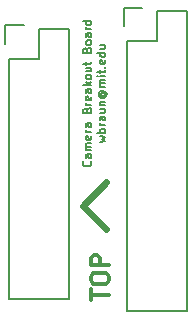
<source format=gbr>
G04 #@! TF.FileFunction,Legend,Top*
%FSLAX46Y46*%
G04 Gerber Fmt 4.6, Leading zero omitted, Abs format (unit mm)*
G04 Created by KiCad (PCBNEW 4.0.4+e1-6308~48~ubuntu14.04.1-stable) date Wed Oct 26 00:03:54 2016*
%MOMM*%
%LPD*%
G01*
G04 APERTURE LIST*
%ADD10C,0.100000*%
%ADD11C,0.600000*%
%ADD12C,0.300000*%
%ADD13C,0.150000*%
G04 APERTURE END LIST*
D10*
D11*
X120000000Y-118000000D02*
X122000000Y-116000000D01*
X120000000Y-118000000D02*
X122000000Y-120000000D01*
D12*
X120678571Y-125964286D02*
X120678571Y-125107143D01*
X122178571Y-125535714D02*
X120678571Y-125535714D01*
X120678571Y-124321429D02*
X120678571Y-124035715D01*
X120750000Y-123892857D01*
X120892857Y-123750000D01*
X121178571Y-123678572D01*
X121678571Y-123678572D01*
X121964286Y-123750000D01*
X122107143Y-123892857D01*
X122178571Y-124035715D01*
X122178571Y-124321429D01*
X122107143Y-124464286D01*
X121964286Y-124607143D01*
X121678571Y-124678572D01*
X121178571Y-124678572D01*
X120892857Y-124607143D01*
X120750000Y-124464286D01*
X120678571Y-124321429D01*
X122178571Y-123035714D02*
X120678571Y-123035714D01*
X120678571Y-122464286D01*
X120750000Y-122321428D01*
X120821429Y-122250000D01*
X120964286Y-122178571D01*
X121178571Y-122178571D01*
X121321429Y-122250000D01*
X121392857Y-122321428D01*
X121464286Y-122464286D01*
X121464286Y-123035714D01*
D13*
X120650000Y-114249997D02*
X120683333Y-114283331D01*
X120716667Y-114383331D01*
X120716667Y-114449997D01*
X120683333Y-114549997D01*
X120616667Y-114616664D01*
X120550000Y-114649997D01*
X120416667Y-114683331D01*
X120316667Y-114683331D01*
X120183333Y-114649997D01*
X120116667Y-114616664D01*
X120050000Y-114549997D01*
X120016667Y-114449997D01*
X120016667Y-114383331D01*
X120050000Y-114283331D01*
X120083333Y-114249997D01*
X120716667Y-113649997D02*
X120350000Y-113649997D01*
X120283333Y-113683331D01*
X120250000Y-113749997D01*
X120250000Y-113883331D01*
X120283333Y-113949997D01*
X120683333Y-113649997D02*
X120716667Y-113716664D01*
X120716667Y-113883331D01*
X120683333Y-113949997D01*
X120616667Y-113983331D01*
X120550000Y-113983331D01*
X120483333Y-113949997D01*
X120450000Y-113883331D01*
X120450000Y-113716664D01*
X120416667Y-113649997D01*
X120716667Y-113316664D02*
X120250000Y-113316664D01*
X120316667Y-113316664D02*
X120283333Y-113283331D01*
X120250000Y-113216664D01*
X120250000Y-113116664D01*
X120283333Y-113049998D01*
X120350000Y-113016664D01*
X120716667Y-113016664D01*
X120350000Y-113016664D02*
X120283333Y-112983331D01*
X120250000Y-112916664D01*
X120250000Y-112816664D01*
X120283333Y-112749998D01*
X120350000Y-112716664D01*
X120716667Y-112716664D01*
X120683333Y-112116665D02*
X120716667Y-112183331D01*
X120716667Y-112316665D01*
X120683333Y-112383331D01*
X120616667Y-112416665D01*
X120350000Y-112416665D01*
X120283333Y-112383331D01*
X120250000Y-112316665D01*
X120250000Y-112183331D01*
X120283333Y-112116665D01*
X120350000Y-112083331D01*
X120416667Y-112083331D01*
X120483333Y-112416665D01*
X120716667Y-111783331D02*
X120250000Y-111783331D01*
X120383333Y-111783331D02*
X120316667Y-111749998D01*
X120283333Y-111716665D01*
X120250000Y-111649998D01*
X120250000Y-111583331D01*
X120716667Y-111049998D02*
X120350000Y-111049998D01*
X120283333Y-111083332D01*
X120250000Y-111149998D01*
X120250000Y-111283332D01*
X120283333Y-111349998D01*
X120683333Y-111049998D02*
X120716667Y-111116665D01*
X120716667Y-111283332D01*
X120683333Y-111349998D01*
X120616667Y-111383332D01*
X120550000Y-111383332D01*
X120483333Y-111349998D01*
X120450000Y-111283332D01*
X120450000Y-111116665D01*
X120416667Y-111049998D01*
X120350000Y-109949999D02*
X120383333Y-109849999D01*
X120416667Y-109816666D01*
X120483333Y-109783332D01*
X120583333Y-109783332D01*
X120650000Y-109816666D01*
X120683333Y-109849999D01*
X120716667Y-109916666D01*
X120716667Y-110183332D01*
X120016667Y-110183332D01*
X120016667Y-109949999D01*
X120050000Y-109883332D01*
X120083333Y-109849999D01*
X120150000Y-109816666D01*
X120216667Y-109816666D01*
X120283333Y-109849999D01*
X120316667Y-109883332D01*
X120350000Y-109949999D01*
X120350000Y-110183332D01*
X120716667Y-109483332D02*
X120250000Y-109483332D01*
X120383333Y-109483332D02*
X120316667Y-109449999D01*
X120283333Y-109416666D01*
X120250000Y-109349999D01*
X120250000Y-109283332D01*
X120683333Y-108783333D02*
X120716667Y-108849999D01*
X120716667Y-108983333D01*
X120683333Y-109049999D01*
X120616667Y-109083333D01*
X120350000Y-109083333D01*
X120283333Y-109049999D01*
X120250000Y-108983333D01*
X120250000Y-108849999D01*
X120283333Y-108783333D01*
X120350000Y-108749999D01*
X120416667Y-108749999D01*
X120483333Y-109083333D01*
X120716667Y-108149999D02*
X120350000Y-108149999D01*
X120283333Y-108183333D01*
X120250000Y-108249999D01*
X120250000Y-108383333D01*
X120283333Y-108449999D01*
X120683333Y-108149999D02*
X120716667Y-108216666D01*
X120716667Y-108383333D01*
X120683333Y-108449999D01*
X120616667Y-108483333D01*
X120550000Y-108483333D01*
X120483333Y-108449999D01*
X120450000Y-108383333D01*
X120450000Y-108216666D01*
X120416667Y-108149999D01*
X120716667Y-107816666D02*
X120016667Y-107816666D01*
X120450000Y-107750000D02*
X120716667Y-107550000D01*
X120250000Y-107550000D02*
X120516667Y-107816666D01*
X120716667Y-107149999D02*
X120683333Y-107216666D01*
X120650000Y-107249999D01*
X120583333Y-107283333D01*
X120383333Y-107283333D01*
X120316667Y-107249999D01*
X120283333Y-107216666D01*
X120250000Y-107149999D01*
X120250000Y-107049999D01*
X120283333Y-106983333D01*
X120316667Y-106949999D01*
X120383333Y-106916666D01*
X120583333Y-106916666D01*
X120650000Y-106949999D01*
X120683333Y-106983333D01*
X120716667Y-107049999D01*
X120716667Y-107149999D01*
X120250000Y-106316666D02*
X120716667Y-106316666D01*
X120250000Y-106616666D02*
X120616667Y-106616666D01*
X120683333Y-106583333D01*
X120716667Y-106516666D01*
X120716667Y-106416666D01*
X120683333Y-106350000D01*
X120650000Y-106316666D01*
X120250000Y-106083333D02*
X120250000Y-105816667D01*
X120016667Y-105983333D02*
X120616667Y-105983333D01*
X120683333Y-105950000D01*
X120716667Y-105883333D01*
X120716667Y-105816667D01*
X120350000Y-104816667D02*
X120383333Y-104716667D01*
X120416667Y-104683334D01*
X120483333Y-104650000D01*
X120583333Y-104650000D01*
X120650000Y-104683334D01*
X120683333Y-104716667D01*
X120716667Y-104783334D01*
X120716667Y-105050000D01*
X120016667Y-105050000D01*
X120016667Y-104816667D01*
X120050000Y-104750000D01*
X120083333Y-104716667D01*
X120150000Y-104683334D01*
X120216667Y-104683334D01*
X120283333Y-104716667D01*
X120316667Y-104750000D01*
X120350000Y-104816667D01*
X120350000Y-105050000D01*
X120716667Y-104250000D02*
X120683333Y-104316667D01*
X120650000Y-104350000D01*
X120583333Y-104383334D01*
X120383333Y-104383334D01*
X120316667Y-104350000D01*
X120283333Y-104316667D01*
X120250000Y-104250000D01*
X120250000Y-104150000D01*
X120283333Y-104083334D01*
X120316667Y-104050000D01*
X120383333Y-104016667D01*
X120583333Y-104016667D01*
X120650000Y-104050000D01*
X120683333Y-104083334D01*
X120716667Y-104150000D01*
X120716667Y-104250000D01*
X120716667Y-103416667D02*
X120350000Y-103416667D01*
X120283333Y-103450001D01*
X120250000Y-103516667D01*
X120250000Y-103650001D01*
X120283333Y-103716667D01*
X120683333Y-103416667D02*
X120716667Y-103483334D01*
X120716667Y-103650001D01*
X120683333Y-103716667D01*
X120616667Y-103750001D01*
X120550000Y-103750001D01*
X120483333Y-103716667D01*
X120450000Y-103650001D01*
X120450000Y-103483334D01*
X120416667Y-103416667D01*
X120716667Y-103083334D02*
X120250000Y-103083334D01*
X120383333Y-103083334D02*
X120316667Y-103050001D01*
X120283333Y-103016668D01*
X120250000Y-102950001D01*
X120250000Y-102883334D01*
X120716667Y-102350001D02*
X120016667Y-102350001D01*
X120683333Y-102350001D02*
X120716667Y-102416668D01*
X120716667Y-102550001D01*
X120683333Y-102616668D01*
X120650000Y-102650001D01*
X120583333Y-102683335D01*
X120383333Y-102683335D01*
X120316667Y-102650001D01*
X120283333Y-102616668D01*
X120250000Y-102550001D01*
X120250000Y-102416668D01*
X120283333Y-102350001D01*
X121450000Y-112633331D02*
X121916667Y-112499998D01*
X121583333Y-112366664D01*
X121916667Y-112233331D01*
X121450000Y-112099998D01*
X121916667Y-111833331D02*
X121216667Y-111833331D01*
X121483333Y-111833331D02*
X121450000Y-111766665D01*
X121450000Y-111633331D01*
X121483333Y-111566665D01*
X121516667Y-111533331D01*
X121583333Y-111499998D01*
X121783333Y-111499998D01*
X121850000Y-111533331D01*
X121883333Y-111566665D01*
X121916667Y-111633331D01*
X121916667Y-111766665D01*
X121883333Y-111833331D01*
X121916667Y-111199998D02*
X121450000Y-111199998D01*
X121583333Y-111199998D02*
X121516667Y-111166665D01*
X121483333Y-111133332D01*
X121450000Y-111066665D01*
X121450000Y-110999998D01*
X121916667Y-110466665D02*
X121550000Y-110466665D01*
X121483333Y-110499999D01*
X121450000Y-110566665D01*
X121450000Y-110699999D01*
X121483333Y-110766665D01*
X121883333Y-110466665D02*
X121916667Y-110533332D01*
X121916667Y-110699999D01*
X121883333Y-110766665D01*
X121816667Y-110799999D01*
X121750000Y-110799999D01*
X121683333Y-110766665D01*
X121650000Y-110699999D01*
X121650000Y-110533332D01*
X121616667Y-110466665D01*
X121450000Y-109833332D02*
X121916667Y-109833332D01*
X121450000Y-110133332D02*
X121816667Y-110133332D01*
X121883333Y-110099999D01*
X121916667Y-110033332D01*
X121916667Y-109933332D01*
X121883333Y-109866666D01*
X121850000Y-109833332D01*
X121450000Y-109499999D02*
X121916667Y-109499999D01*
X121516667Y-109499999D02*
X121483333Y-109466666D01*
X121450000Y-109399999D01*
X121450000Y-109299999D01*
X121483333Y-109233333D01*
X121550000Y-109199999D01*
X121916667Y-109199999D01*
X121583333Y-108433333D02*
X121550000Y-108466666D01*
X121516667Y-108533333D01*
X121516667Y-108600000D01*
X121550000Y-108666666D01*
X121583333Y-108700000D01*
X121650000Y-108733333D01*
X121716667Y-108733333D01*
X121783333Y-108700000D01*
X121816667Y-108666666D01*
X121850000Y-108600000D01*
X121850000Y-108533333D01*
X121816667Y-108466666D01*
X121783333Y-108433333D01*
X121516667Y-108433333D02*
X121783333Y-108433333D01*
X121816667Y-108400000D01*
X121816667Y-108366666D01*
X121783333Y-108300000D01*
X121716667Y-108266666D01*
X121550000Y-108266666D01*
X121450000Y-108333333D01*
X121383333Y-108433333D01*
X121350000Y-108566666D01*
X121383333Y-108700000D01*
X121450000Y-108800000D01*
X121550000Y-108866666D01*
X121683333Y-108900000D01*
X121816667Y-108866666D01*
X121916667Y-108800000D01*
X121983333Y-108700000D01*
X122016667Y-108566666D01*
X121983333Y-108433333D01*
X121916667Y-108333333D01*
X121916667Y-107966666D02*
X121450000Y-107966666D01*
X121516667Y-107966666D02*
X121483333Y-107933333D01*
X121450000Y-107866666D01*
X121450000Y-107766666D01*
X121483333Y-107700000D01*
X121550000Y-107666666D01*
X121916667Y-107666666D01*
X121550000Y-107666666D02*
X121483333Y-107633333D01*
X121450000Y-107566666D01*
X121450000Y-107466666D01*
X121483333Y-107400000D01*
X121550000Y-107366666D01*
X121916667Y-107366666D01*
X121916667Y-107033333D02*
X121450000Y-107033333D01*
X121216667Y-107033333D02*
X121250000Y-107066667D01*
X121283333Y-107033333D01*
X121250000Y-107000000D01*
X121216667Y-107033333D01*
X121283333Y-107033333D01*
X121450000Y-106800000D02*
X121450000Y-106533334D01*
X121216667Y-106700000D02*
X121816667Y-106700000D01*
X121883333Y-106666667D01*
X121916667Y-106600000D01*
X121916667Y-106533334D01*
X121850000Y-106300000D02*
X121883333Y-106266667D01*
X121916667Y-106300000D01*
X121883333Y-106333334D01*
X121850000Y-106300000D01*
X121916667Y-106300000D01*
X121883333Y-105700001D02*
X121916667Y-105766667D01*
X121916667Y-105900001D01*
X121883333Y-105966667D01*
X121816667Y-106000001D01*
X121550000Y-106000001D01*
X121483333Y-105966667D01*
X121450000Y-105900001D01*
X121450000Y-105766667D01*
X121483333Y-105700001D01*
X121550000Y-105666667D01*
X121616667Y-105666667D01*
X121683333Y-106000001D01*
X121916667Y-105066667D02*
X121216667Y-105066667D01*
X121883333Y-105066667D02*
X121916667Y-105133334D01*
X121916667Y-105266667D01*
X121883333Y-105333334D01*
X121850000Y-105366667D01*
X121783333Y-105400001D01*
X121583333Y-105400001D01*
X121516667Y-105366667D01*
X121483333Y-105333334D01*
X121450000Y-105266667D01*
X121450000Y-105133334D01*
X121483333Y-105066667D01*
X121450000Y-104433334D02*
X121916667Y-104433334D01*
X121450000Y-104733334D02*
X121816667Y-104733334D01*
X121883333Y-104700001D01*
X121916667Y-104633334D01*
X121916667Y-104533334D01*
X121883333Y-104466668D01*
X121850000Y-104433334D01*
X118810000Y-125890000D02*
X118810000Y-103030000D01*
X113730000Y-105570000D02*
X113730000Y-125890000D01*
X118810000Y-125890000D02*
X113730000Y-125890000D01*
X118810000Y-103030000D02*
X116270000Y-103030000D01*
X115000000Y-102750000D02*
X113450000Y-102750000D01*
X116270000Y-103030000D02*
X116270000Y-105570000D01*
X116270000Y-105570000D02*
X113730000Y-105570000D01*
X113450000Y-102750000D02*
X113450000Y-104300000D01*
X128810000Y-126970000D02*
X128810000Y-101570000D01*
X123730000Y-104110000D02*
X123730000Y-126970000D01*
X128810000Y-126970000D02*
X123730000Y-126970000D01*
X128810000Y-101570000D02*
X126270000Y-101570000D01*
X125000000Y-101290000D02*
X123450000Y-101290000D01*
X126270000Y-101570000D02*
X126270000Y-104110000D01*
X126270000Y-104110000D02*
X123730000Y-104110000D01*
X123450000Y-101290000D02*
X123450000Y-102840000D01*
M02*

</source>
